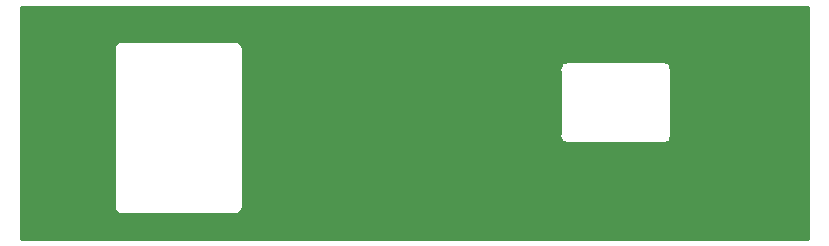
<source format=gtl>
G04 #@! TF.GenerationSoftware,KiCad,Pcbnew,5.0.0-rc2*
G04 #@! TF.CreationDate,2019-07-01T23:54:45-04:00*
G04 #@! TF.ProjectId,panelback,70616E656C6261636B2E6B696361645F,rev?*
G04 #@! TF.SameCoordinates,Original*
G04 #@! TF.FileFunction,Copper,L1,Top,Signal*
G04 #@! TF.FilePolarity,Positive*
%FSLAX46Y46*%
G04 Gerber Fmt 4.6, Leading zero omitted, Abs format (unit mm)*
G04 Created by KiCad (PCBNEW 5.0.0-rc2) date Mon Jul  1 23:54:45 2019*
%MOMM*%
%LPD*%
G01*
G04 APERTURE LIST*
G04 #@! TA.AperFunction,NonConductor*
%ADD10C,0.254000*%
G04 #@! TD*
G04 APERTURE END LIST*
D10*
G36*
X127288801Y-99288800D02*
X60711199Y-99288800D01*
X60711199Y-83250000D01*
X68524867Y-83250000D01*
X68538800Y-83320046D01*
X68538801Y-94679954D01*
X68538800Y-95429954D01*
X68538800Y-95429955D01*
X68538801Y-96429949D01*
X68524867Y-96500000D01*
X68580064Y-96777496D01*
X68737254Y-97012746D01*
X68972504Y-97169936D01*
X69179954Y-97211200D01*
X69250000Y-97225133D01*
X69320045Y-97211200D01*
X78679955Y-97211200D01*
X78750000Y-97225133D01*
X78820046Y-97211200D01*
X79027496Y-97169936D01*
X79262746Y-97012746D01*
X79419936Y-96777496D01*
X79475133Y-96500000D01*
X79461199Y-96429949D01*
X79461200Y-95429955D01*
X79461200Y-95429954D01*
X79461199Y-94679954D01*
X79461199Y-85000000D01*
X106274867Y-85000000D01*
X106288800Y-85070048D01*
X106288801Y-85429951D01*
X106288800Y-85429955D01*
X106288801Y-86429951D01*
X106288800Y-86429955D01*
X106288801Y-90429949D01*
X106274867Y-90500000D01*
X106330064Y-90777496D01*
X106373000Y-90841754D01*
X106373000Y-91000000D01*
X106382667Y-91048601D01*
X106410197Y-91089803D01*
X106451399Y-91117333D01*
X106500000Y-91127000D01*
X106658246Y-91127000D01*
X106722504Y-91169936D01*
X106929954Y-91211200D01*
X107000000Y-91225133D01*
X107070045Y-91211200D01*
X114929954Y-91211200D01*
X115000000Y-91225133D01*
X115070045Y-91211200D01*
X115070046Y-91211200D01*
X115277496Y-91169936D01*
X115341754Y-91127000D01*
X115500000Y-91127000D01*
X115548601Y-91117333D01*
X115589803Y-91089803D01*
X115617333Y-91048601D01*
X115627000Y-91000000D01*
X115627000Y-90841754D01*
X115669936Y-90777496D01*
X115725133Y-90500000D01*
X115711200Y-90429953D01*
X115711199Y-87070050D01*
X115711200Y-87070045D01*
X115711199Y-86429954D01*
X115711200Y-85429955D01*
X115711199Y-85429951D01*
X115711200Y-85070048D01*
X115725133Y-85000000D01*
X115669936Y-84722504D01*
X115627000Y-84658246D01*
X115627000Y-84500000D01*
X115617333Y-84451399D01*
X115589803Y-84410197D01*
X115548601Y-84382667D01*
X115500000Y-84373000D01*
X115341754Y-84373000D01*
X115277496Y-84330064D01*
X115070046Y-84288800D01*
X115070045Y-84288800D01*
X115000000Y-84274867D01*
X114929954Y-84288800D01*
X107070046Y-84288800D01*
X107000000Y-84274867D01*
X106929955Y-84288800D01*
X106929954Y-84288800D01*
X106722504Y-84330064D01*
X106658246Y-84373000D01*
X106500000Y-84373000D01*
X106451399Y-84382667D01*
X106410197Y-84410197D01*
X106382667Y-84451399D01*
X106373000Y-84500000D01*
X106373000Y-84658246D01*
X106330064Y-84722504D01*
X106274867Y-85000000D01*
X79461199Y-85000000D01*
X79461200Y-83320046D01*
X79475133Y-83250000D01*
X79419936Y-82972504D01*
X79262746Y-82737254D01*
X79027496Y-82580064D01*
X78820046Y-82538800D01*
X78820045Y-82538800D01*
X78750000Y-82524867D01*
X78679954Y-82538800D01*
X69320046Y-82538800D01*
X69250000Y-82524867D01*
X69179955Y-82538800D01*
X69179954Y-82538800D01*
X68972504Y-82580064D01*
X68737254Y-82737254D01*
X68580064Y-82972504D01*
X68524867Y-83250000D01*
X60711199Y-83250000D01*
X60711200Y-79711200D01*
X127288800Y-79711200D01*
X127288801Y-99288800D01*
X127288801Y-99288800D01*
G37*
X127288801Y-99288800D02*
X60711199Y-99288800D01*
X60711199Y-83250000D01*
X68524867Y-83250000D01*
X68538800Y-83320046D01*
X68538801Y-94679954D01*
X68538800Y-95429954D01*
X68538800Y-95429955D01*
X68538801Y-96429949D01*
X68524867Y-96500000D01*
X68580064Y-96777496D01*
X68737254Y-97012746D01*
X68972504Y-97169936D01*
X69179954Y-97211200D01*
X69250000Y-97225133D01*
X69320045Y-97211200D01*
X78679955Y-97211200D01*
X78750000Y-97225133D01*
X78820046Y-97211200D01*
X79027496Y-97169936D01*
X79262746Y-97012746D01*
X79419936Y-96777496D01*
X79475133Y-96500000D01*
X79461199Y-96429949D01*
X79461200Y-95429955D01*
X79461200Y-95429954D01*
X79461199Y-94679954D01*
X79461199Y-85000000D01*
X106274867Y-85000000D01*
X106288800Y-85070048D01*
X106288801Y-85429951D01*
X106288800Y-85429955D01*
X106288801Y-86429951D01*
X106288800Y-86429955D01*
X106288801Y-90429949D01*
X106274867Y-90500000D01*
X106330064Y-90777496D01*
X106373000Y-90841754D01*
X106373000Y-91000000D01*
X106382667Y-91048601D01*
X106410197Y-91089803D01*
X106451399Y-91117333D01*
X106500000Y-91127000D01*
X106658246Y-91127000D01*
X106722504Y-91169936D01*
X106929954Y-91211200D01*
X107000000Y-91225133D01*
X107070045Y-91211200D01*
X114929954Y-91211200D01*
X115000000Y-91225133D01*
X115070045Y-91211200D01*
X115070046Y-91211200D01*
X115277496Y-91169936D01*
X115341754Y-91127000D01*
X115500000Y-91127000D01*
X115548601Y-91117333D01*
X115589803Y-91089803D01*
X115617333Y-91048601D01*
X115627000Y-91000000D01*
X115627000Y-90841754D01*
X115669936Y-90777496D01*
X115725133Y-90500000D01*
X115711200Y-90429953D01*
X115711199Y-87070050D01*
X115711200Y-87070045D01*
X115711199Y-86429954D01*
X115711200Y-85429955D01*
X115711199Y-85429951D01*
X115711200Y-85070048D01*
X115725133Y-85000000D01*
X115669936Y-84722504D01*
X115627000Y-84658246D01*
X115627000Y-84500000D01*
X115617333Y-84451399D01*
X115589803Y-84410197D01*
X115548601Y-84382667D01*
X115500000Y-84373000D01*
X115341754Y-84373000D01*
X115277496Y-84330064D01*
X115070046Y-84288800D01*
X115070045Y-84288800D01*
X115000000Y-84274867D01*
X114929954Y-84288800D01*
X107070046Y-84288800D01*
X107000000Y-84274867D01*
X106929955Y-84288800D01*
X106929954Y-84288800D01*
X106722504Y-84330064D01*
X106658246Y-84373000D01*
X106500000Y-84373000D01*
X106451399Y-84382667D01*
X106410197Y-84410197D01*
X106382667Y-84451399D01*
X106373000Y-84500000D01*
X106373000Y-84658246D01*
X106330064Y-84722504D01*
X106274867Y-85000000D01*
X79461199Y-85000000D01*
X79461200Y-83320046D01*
X79475133Y-83250000D01*
X79419936Y-82972504D01*
X79262746Y-82737254D01*
X79027496Y-82580064D01*
X78820046Y-82538800D01*
X78820045Y-82538800D01*
X78750000Y-82524867D01*
X78679954Y-82538800D01*
X69320046Y-82538800D01*
X69250000Y-82524867D01*
X69179955Y-82538800D01*
X69179954Y-82538800D01*
X68972504Y-82580064D01*
X68737254Y-82737254D01*
X68580064Y-82972504D01*
X68524867Y-83250000D01*
X60711199Y-83250000D01*
X60711200Y-79711200D01*
X127288800Y-79711200D01*
X127288801Y-99288800D01*
M02*

</source>
